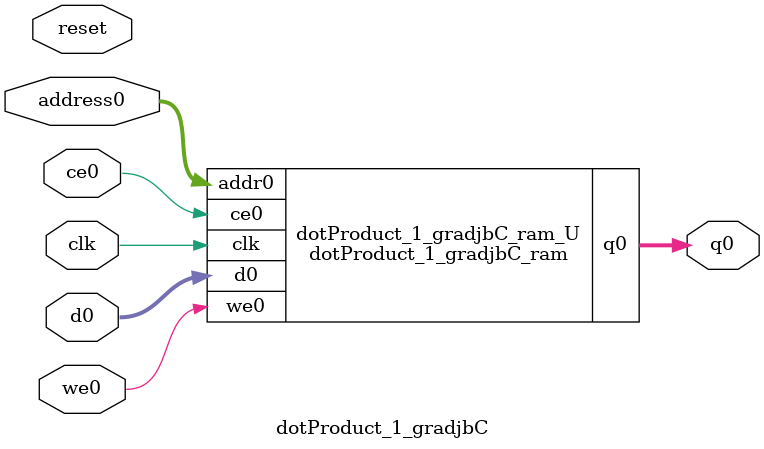
<source format=v>

`timescale 1 ns / 1 ps
module dotProduct_1_gradjbC_ram (addr0, ce0, d0, we0, q0,  clk);

parameter DWIDTH = 32;
parameter AWIDTH = 5;
parameter MEM_SIZE = 32;

input[AWIDTH-1:0] addr0;
input ce0;
input[DWIDTH-1:0] d0;
input we0;
output reg[DWIDTH-1:0] q0;
input clk;

(* ram_style = "block" *)reg [DWIDTH-1:0] ram[0:MEM_SIZE-1];




always @(posedge clk)  
begin 
    if (ce0) 
    begin
        if (we0) 
        begin 
            ram[addr0] <= d0; 
            q0 <= d0;
        end 
        else 
            q0 <= ram[addr0];
    end
end


endmodule


`timescale 1 ns / 1 ps
module dotProduct_1_gradjbC(
    reset,
    clk,
    address0,
    ce0,
    we0,
    d0,
    q0);

parameter DataWidth = 32'd32;
parameter AddressRange = 32'd32;
parameter AddressWidth = 32'd5;
input reset;
input clk;
input[AddressWidth - 1:0] address0;
input ce0;
input we0;
input[DataWidth - 1:0] d0;
output[DataWidth - 1:0] q0;



dotProduct_1_gradjbC_ram dotProduct_1_gradjbC_ram_U(
    .clk( clk ),
    .addr0( address0 ),
    .ce0( ce0 ),
    .we0( we0 ),
    .d0( d0 ),
    .q0( q0 ));

endmodule


</source>
